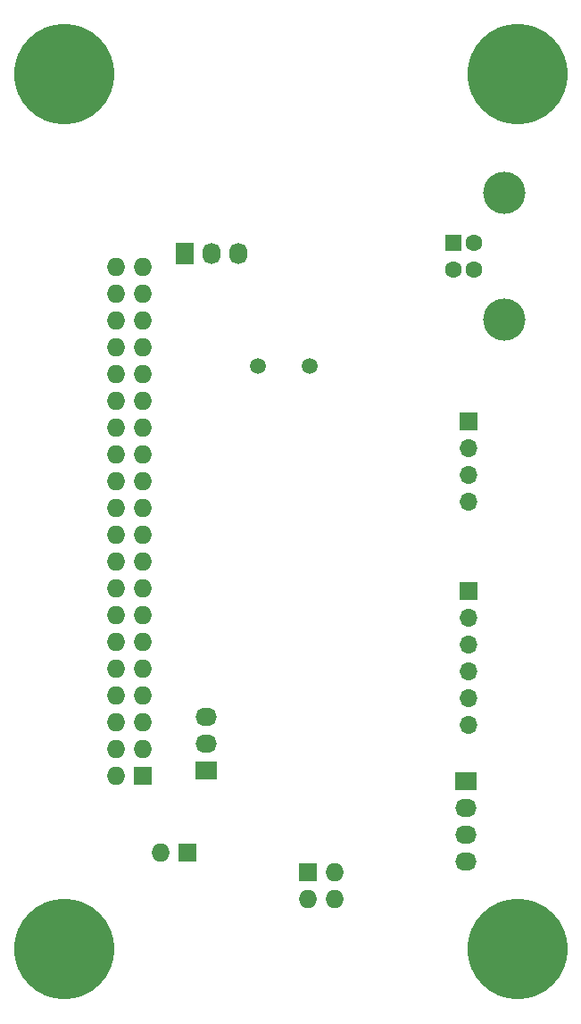
<source format=gbs>
%TF.GenerationSoftware,KiCad,Pcbnew,(6.0.1)*%
%TF.CreationDate,2022-09-04T16:23:26-04:00*%
%TF.ProjectId,ODAS-PSOC5,4f444153-2d50-4534-9f43-352e6b696361,5*%
%TF.SameCoordinates,Original*%
%TF.FileFunction,Soldermask,Bot*%
%TF.FilePolarity,Negative*%
%FSLAX46Y46*%
G04 Gerber Fmt 4.6, Leading zero omitted, Abs format (unit mm)*
G04 Created by KiCad (PCBNEW (6.0.1)) date 2022-09-04 16:23:26*
%MOMM*%
%LPD*%
G01*
G04 APERTURE LIST*
%ADD10R,1.727200X1.727200*%
%ADD11O,1.727200X1.727200*%
%ADD12R,1.727200X2.032000*%
%ADD13O,1.727200X2.032000*%
%ADD14R,2.032000X1.727200*%
%ADD15O,2.032000X1.727200*%
%ADD16R,1.600000X1.600000*%
%ADD17C,1.600000*%
%ADD18C,4.000000*%
%ADD19C,1.501140*%
%ADD20C,9.525000*%
%ADD21R,1.700000X1.700000*%
%ADD22O,1.700000X1.700000*%
G04 APERTURE END LIST*
D10*
%TO.C,H3*%
X27686000Y-89789000D03*
D11*
X25146000Y-89789000D03*
%TD*%
D12*
%TO.C,H1*%
X27432000Y-33020000D03*
D13*
X29972000Y-33020000D03*
X32512000Y-33020000D03*
%TD*%
D14*
%TO.C,H2*%
X29464000Y-82042000D03*
D15*
X29464000Y-79502000D03*
X29464000Y-76962000D03*
%TD*%
D16*
%TO.C,P2*%
X52902500Y-32024000D03*
D17*
X52902500Y-34524000D03*
X54902500Y-34524000D03*
X54902500Y-32024000D03*
D18*
X57762500Y-27274000D03*
X57762500Y-39274000D03*
%TD*%
D19*
%TO.C,Y1*%
X34389060Y-43688000D03*
X39270940Y-43688000D03*
%TD*%
D10*
%TO.C,P1*%
X23495000Y-82550000D03*
D11*
X20955000Y-82550000D03*
X23495000Y-80010000D03*
X20955000Y-80010000D03*
X23495000Y-77470000D03*
X20955000Y-77470000D03*
X23495000Y-74930000D03*
X20955000Y-74930000D03*
X23495000Y-72390000D03*
X20955000Y-72390000D03*
X23495000Y-69850000D03*
X20955000Y-69850000D03*
X23495000Y-67310000D03*
X20955000Y-67310000D03*
X23495000Y-64770000D03*
X20955000Y-64770000D03*
X23495000Y-62230000D03*
X20955000Y-62230000D03*
X23495000Y-59690000D03*
X20955000Y-59690000D03*
X23495000Y-57150000D03*
X20955000Y-57150000D03*
X23495000Y-54610000D03*
X20955000Y-54610000D03*
X23495000Y-52070000D03*
X20955000Y-52070000D03*
X23495000Y-49530000D03*
X20955000Y-49530000D03*
X23495000Y-46990000D03*
X20955000Y-46990000D03*
X23495000Y-44450000D03*
X20955000Y-44450000D03*
X23495000Y-41910000D03*
X20955000Y-41910000D03*
X23495000Y-39370000D03*
X20955000Y-39370000D03*
X23495000Y-36830000D03*
X20955000Y-36830000D03*
X23495000Y-34290000D03*
X20955000Y-34290000D03*
%TD*%
D14*
%TO.C,P5*%
X54102000Y-83058000D03*
D15*
X54102000Y-85598000D03*
X54102000Y-88138000D03*
X54102000Y-90678000D03*
%TD*%
D10*
%TO.C,H4*%
X39116000Y-91694000D03*
D11*
X41656000Y-91694000D03*
X39116000Y-94234000D03*
X41656000Y-94234000D03*
%TD*%
D20*
%TO.C,MTG1*%
X16000000Y-16000000D03*
%TD*%
%TO.C,MTG2*%
X59000000Y-16000000D03*
%TD*%
%TO.C,MTG3*%
X16000000Y-99000000D03*
%TD*%
%TO.C,MTG4*%
X59000000Y-99000000D03*
%TD*%
D21*
%TO.C,P3*%
X54356000Y-48895000D03*
D22*
X54356000Y-51435000D03*
X54356000Y-53975000D03*
X54356000Y-56515000D03*
%TD*%
D21*
%TO.C,P4*%
X54356000Y-65024000D03*
D22*
X54356000Y-67564000D03*
X54356000Y-70104000D03*
X54356000Y-72644000D03*
X54356000Y-75184000D03*
X54356000Y-77724000D03*
%TD*%
M02*

</source>
